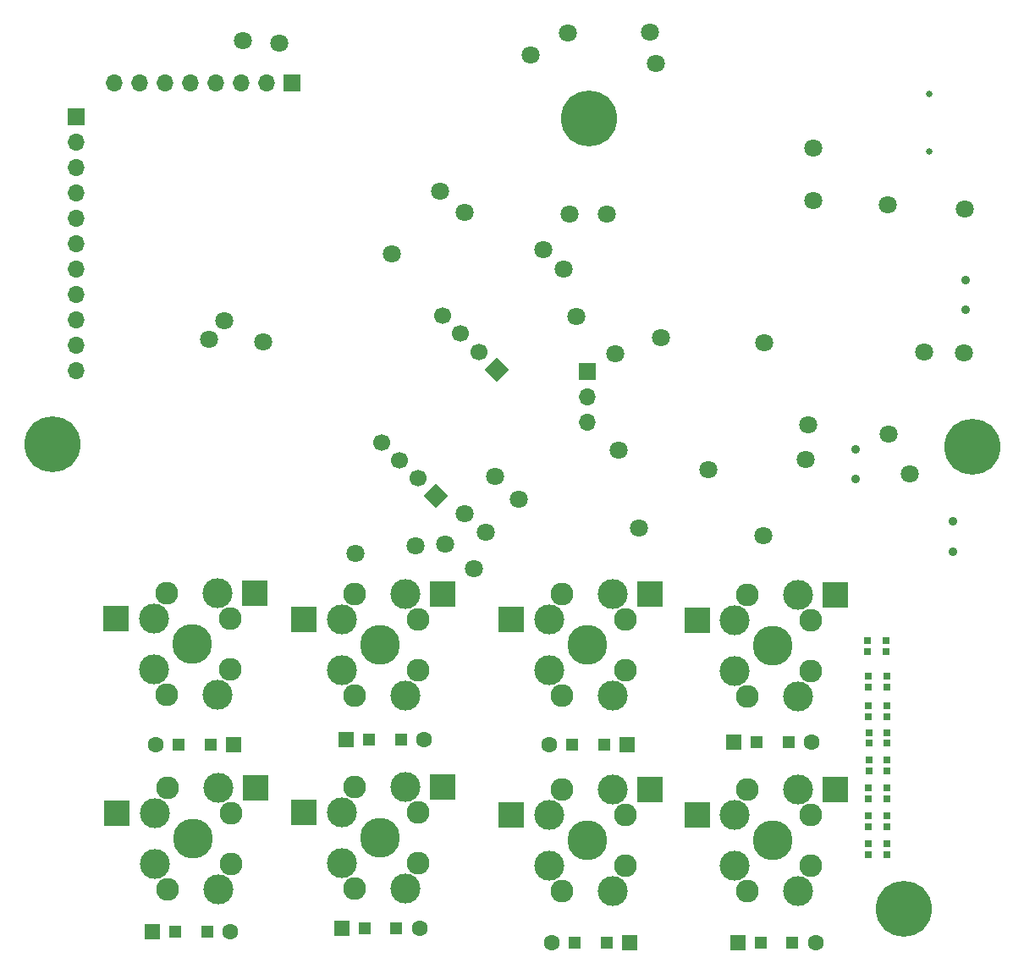
<source format=gbr>
%TF.GenerationSoftware,KiCad,Pcbnew,8.0.2*%
%TF.CreationDate,2025-08-30T14:31:31+07:00*%
%TF.ProjectId,minions,6d696e69-6f6e-4732-9e6b-696361645f70,1*%
%TF.SameCoordinates,Original*%
%TF.FileFunction,Soldermask,Bot*%
%TF.FilePolarity,Negative*%
%FSLAX46Y46*%
G04 Gerber Fmt 4.6, Leading zero omitted, Abs format (unit mm)*
G04 Created by KiCad (PCBNEW 8.0.2) date 2025-08-30 14:31:31*
%MOMM*%
%LPD*%
G01*
G04 APERTURE LIST*
G04 Aperture macros list*
%AMHorizOval*
0 Thick line with rounded ends*
0 $1 width*
0 $2 $3 position (X,Y) of the first rounded end (center of the circle)*
0 $4 $5 position (X,Y) of the second rounded end (center of the circle)*
0 Add line between two ends*
20,1,$1,$2,$3,$4,$5,0*
0 Add two circle primitives to create the rounded ends*
1,1,$1,$2,$3*
1,1,$1,$4,$5*%
%AMRotRect*
0 Rectangle, with rotation*
0 The origin of the aperture is its center*
0 $1 length*
0 $2 width*
0 $3 Rotation angle, in degrees counterclockwise*
0 Add horizontal line*
21,1,$1,$2,0,0,$3*%
G04 Aperture macros list end*
%ADD10C,0.900000*%
%ADD11R,0.700000X0.700000*%
%ADD12C,5.600000*%
%ADD13R,1.600000X1.600000*%
%ADD14R,1.200000X1.200000*%
%ADD15C,1.600000*%
%ADD16C,0.650000*%
%ADD17R,1.700000X1.700000*%
%ADD18O,1.700000X1.700000*%
%ADD19RotRect,1.700000X1.700000X45.000000*%
%ADD20HorizOval,1.700000X0.000000X0.000000X0.000000X0.000000X0*%
%ADD21C,3.000000*%
%ADD22C,3.987800*%
%ADD23R,2.550000X2.500000*%
%ADD24C,2.286000*%
%ADD25C,1.800000*%
G04 APERTURE END LIST*
D10*
%TO.C,SW4*%
X199032327Y-94139486D03*
X199032327Y-91139486D03*
%TD*%
D11*
%TO.C,D17*%
X191116144Y-133700277D03*
X191116145Y-134800276D03*
X189286142Y-134800277D03*
X189286145Y-133700276D03*
%TD*%
D12*
%TO.C,H5*%
X199650000Y-107800000D03*
%TD*%
D13*
%TO.C,D2*%
X165410000Y-157400000D03*
D14*
X163085000Y-157400000D03*
X159935000Y-157400000D03*
D15*
X157610000Y-157400000D03*
%TD*%
D11*
%TO.C,D11*%
X191116145Y-130800276D03*
X191116145Y-131900276D03*
X189286148Y-131900275D03*
X189286143Y-130800271D03*
%TD*%
D10*
%TO.C,SW2*%
X197760002Y-118300000D03*
X197760002Y-115300000D03*
%TD*%
D11*
%TO.C,D8*%
X191016145Y-127250276D03*
X191016145Y-128350277D03*
X189186142Y-128350277D03*
X189186145Y-127250276D03*
%TD*%
D16*
%TO.C,P1*%
X195347327Y-78287666D03*
X195347329Y-72507666D03*
%TD*%
D13*
%TO.C,D14*%
X117640000Y-156360000D03*
D14*
X119965000Y-156360000D03*
X123115000Y-156360000D03*
D15*
X125440000Y-156360000D03*
%TD*%
D13*
%TO.C,D7*%
X137040000Y-137110000D03*
D14*
X139365000Y-137110000D03*
X142515000Y-137110000D03*
D15*
X144840000Y-137110000D03*
%TD*%
D11*
%TO.C,D9*%
X191166145Y-139150277D03*
X191166145Y-140250275D03*
X189336142Y-140250277D03*
X189336145Y-139150276D03*
%TD*%
D13*
%TO.C,D1*%
X165160000Y-137600000D03*
D14*
X162835000Y-137600000D03*
X159685000Y-137600000D03*
D15*
X157360000Y-137600000D03*
%TD*%
D13*
%TO.C,D15*%
X136590000Y-156010000D03*
D14*
X138915000Y-156010000D03*
X142065000Y-156010000D03*
D15*
X144390000Y-156010000D03*
%TD*%
D12*
%TO.C,H4*%
X161300000Y-74950000D03*
%TD*%
D11*
%TO.C,D10*%
X191116144Y-141950277D03*
X191116145Y-143050276D03*
X189286142Y-143050277D03*
X189286145Y-141950276D03*
%TD*%
D13*
%TO.C,D5*%
X175810000Y-137400000D03*
D14*
X178135000Y-137400000D03*
X181285000Y-137400000D03*
D15*
X183610000Y-137400000D03*
%TD*%
D10*
%TO.C,SW3*%
X188032328Y-111047671D03*
X188032328Y-108047671D03*
%TD*%
D11*
%TO.C,D23*%
X191180003Y-136400000D03*
X191180003Y-137499998D03*
X189350000Y-137500000D03*
X189350003Y-136399999D03*
%TD*%
D13*
%TO.C,D3*%
X125790000Y-137660000D03*
D14*
X123465000Y-137660000D03*
X120315000Y-137660000D03*
D15*
X117990000Y-137660000D03*
%TD*%
D11*
%TO.C,D13*%
X191116145Y-147500276D03*
X191116145Y-148600276D03*
X189286142Y-148600277D03*
X189286145Y-147500276D03*
%TD*%
D12*
%TO.C,H7*%
X192850000Y-154050000D03*
%TD*%
D11*
%TO.C,D12*%
X191116145Y-144700276D03*
X191116145Y-145800276D03*
X189286142Y-145800277D03*
X189286145Y-144700276D03*
%TD*%
D12*
%TO.C,H6*%
X107650000Y-107550000D03*
%TD*%
D17*
%TO.C,J6*%
X161127328Y-100322672D03*
D18*
X161127328Y-102862672D03*
X161127328Y-105402672D03*
%TD*%
D19*
%TO.C,J2*%
X152096051Y-100096052D03*
D20*
X150300000Y-98300000D03*
X148503949Y-96503950D03*
X146707897Y-94707898D03*
%TD*%
D21*
%TO.C,K8*%
X142930000Y-152040000D03*
X142930000Y-141880000D03*
D22*
X140390000Y-146960000D03*
D21*
X136580000Y-149500000D03*
X136580000Y-144420000D03*
D23*
X146680000Y-141880000D03*
D24*
X144200000Y-149500000D03*
X144200000Y-144420000D03*
X137850000Y-152040000D03*
X137850000Y-141880000D03*
D23*
X132830000Y-144420000D03*
%TD*%
D21*
%TO.C,K7*%
X124230000Y-152090000D03*
X124230000Y-141930000D03*
D22*
X121690000Y-147010000D03*
D21*
X117880000Y-149550000D03*
X117880000Y-144470000D03*
D23*
X127980000Y-141930000D03*
D24*
X125500000Y-149550000D03*
X125500000Y-144470000D03*
X119150000Y-152090000D03*
X119150000Y-141930000D03*
D23*
X114130000Y-144470000D03*
%TD*%
D21*
%TO.C,K6*%
X142930000Y-132690000D03*
X142930000Y-122530000D03*
D22*
X140390000Y-127610000D03*
D21*
X136580000Y-130150000D03*
X136580000Y-125070000D03*
D23*
X146680000Y-122530000D03*
D24*
X144200000Y-130150000D03*
X144200000Y-125070000D03*
X137850000Y-132690000D03*
X137850000Y-122530000D03*
D23*
X132830000Y-125070000D03*
%TD*%
D21*
%TO.C,K5*%
X182250000Y-152280000D03*
X182250000Y-142120000D03*
D22*
X179710000Y-147200000D03*
D21*
X175900000Y-149740000D03*
X175900000Y-144660000D03*
D23*
X186000000Y-142120000D03*
D24*
X183520000Y-149740000D03*
X183520000Y-144660000D03*
X177170000Y-152280000D03*
X177170000Y-142120000D03*
D23*
X172150000Y-144660000D03*
%TD*%
D21*
%TO.C,K2*%
X163690000Y-152250000D03*
X163690000Y-142090000D03*
D22*
X161150000Y-147170000D03*
D21*
X157340000Y-149710000D03*
X157340000Y-144630000D03*
D23*
X167440000Y-142090000D03*
D24*
X164960000Y-149710000D03*
X164960000Y-144630000D03*
X158610000Y-152250000D03*
X158610000Y-142090000D03*
D23*
X153590000Y-144630000D03*
%TD*%
D17*
%TO.C,J1*%
X131650000Y-71400000D03*
D18*
X129109996Y-71399998D03*
X126570000Y-71400000D03*
X124030000Y-71400000D03*
X121490001Y-71400000D03*
X118950001Y-71400000D03*
X116410000Y-71400000D03*
X113870000Y-71400000D03*
%TD*%
D21*
%TO.C,K3*%
X124130000Y-132590000D03*
X124130000Y-122430000D03*
D22*
X121590000Y-127510000D03*
D21*
X117780000Y-130050000D03*
X117780000Y-124970000D03*
D23*
X127880000Y-122430000D03*
D24*
X125400000Y-130050000D03*
X125400000Y-124970000D03*
X119050000Y-132590000D03*
X119050000Y-122430000D03*
D23*
X114030000Y-124970000D03*
%TD*%
D13*
%TO.C,D6*%
X176210000Y-157450000D03*
D14*
X178535000Y-157450000D03*
X181685000Y-157450000D03*
D15*
X184010000Y-157450000D03*
%TD*%
D21*
%TO.C,K4*%
X182250000Y-132780000D03*
X182250000Y-122620000D03*
D22*
X179710000Y-127700000D03*
D21*
X175900000Y-130240000D03*
X175900000Y-125160000D03*
D23*
X186000000Y-122620000D03*
D24*
X183520000Y-130240000D03*
X183520000Y-125160000D03*
X177170000Y-132780000D03*
X177170000Y-122620000D03*
D23*
X172150000Y-125160000D03*
%TD*%
D17*
%TO.C,J5*%
X110050000Y-74780000D03*
D18*
X110049999Y-77320001D03*
X110050000Y-79860000D03*
X110050000Y-82400000D03*
X110050000Y-84939999D03*
X110050000Y-87479999D03*
X110050000Y-90020000D03*
X110050000Y-92560000D03*
X110050000Y-95100000D03*
X110050000Y-97639999D03*
X110050000Y-100180000D03*
%TD*%
D19*
%TO.C,J3*%
X146000000Y-112750000D03*
D20*
X144203948Y-110953945D03*
X142407898Y-109157898D03*
X140611846Y-107361846D03*
%TD*%
D21*
%TO.C,K1*%
X163690000Y-132750000D03*
X163690000Y-122590000D03*
D22*
X161150000Y-127670000D03*
D21*
X157340000Y-130210000D03*
X157340000Y-125130000D03*
D23*
X167440000Y-122590000D03*
D24*
X164960000Y-130210000D03*
X164960000Y-125130000D03*
X158610000Y-132750000D03*
X158610000Y-122590000D03*
D23*
X153590000Y-125130000D03*
%TD*%
D25*
X141600000Y-88550000D03*
X137965381Y-118484619D03*
X183752328Y-83147671D03*
X183752328Y-77897671D03*
X130309996Y-67400000D03*
X124850000Y-95200000D03*
X126750000Y-67200000D03*
X143950000Y-117700000D03*
X191200000Y-83650000D03*
X198950000Y-84040245D03*
X159400000Y-84500000D03*
X148877942Y-114472058D03*
X151972058Y-110777942D03*
X193450000Y-110550000D03*
X163100000Y-84500000D03*
X146400000Y-82250000D03*
X191309314Y-106559314D03*
X148900000Y-84350000D03*
X128700000Y-97350000D03*
X123300000Y-97100000D03*
X155500000Y-68650000D03*
X159200000Y-66400000D03*
X178752328Y-116747671D03*
X154272058Y-113077942D03*
X164000000Y-98497671D03*
X173302328Y-110147671D03*
X151033238Y-116360877D03*
X160100000Y-94800000D03*
X156776471Y-88126471D03*
X167400000Y-66300000D03*
X168000000Y-69450000D03*
X158798529Y-90064215D03*
X178902328Y-97447671D03*
X164302328Y-108197671D03*
X166302328Y-115947671D03*
X168502328Y-96897671D03*
X146950000Y-117600000D03*
X149800000Y-120050000D03*
X183252328Y-105597671D03*
X183052328Y-109097671D03*
X194879828Y-98359486D03*
X198829828Y-98459486D03*
M02*

</source>
